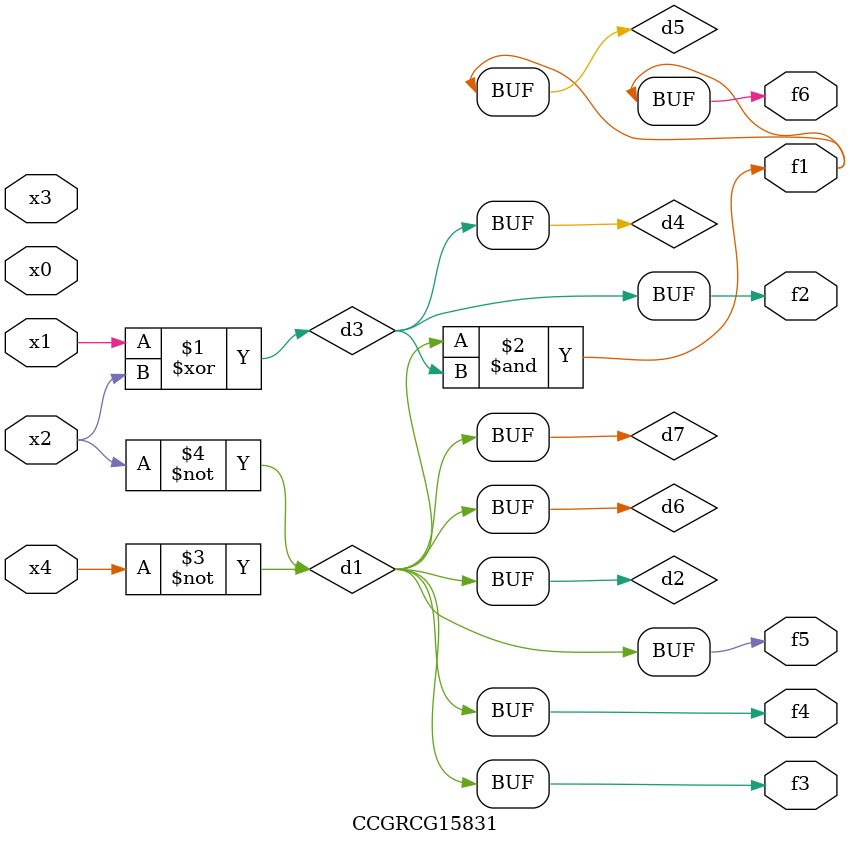
<source format=v>
module CCGRCG15831(
	input x0, x1, x2, x3, x4,
	output f1, f2, f3, f4, f5, f6
);

	wire d1, d2, d3, d4, d5, d6, d7;

	not (d1, x4);
	not (d2, x2);
	xor (d3, x1, x2);
	buf (d4, d3);
	and (d5, d1, d3);
	buf (d6, d1, d2);
	buf (d7, d2);
	assign f1 = d5;
	assign f2 = d4;
	assign f3 = d7;
	assign f4 = d7;
	assign f5 = d7;
	assign f6 = d5;
endmodule

</source>
